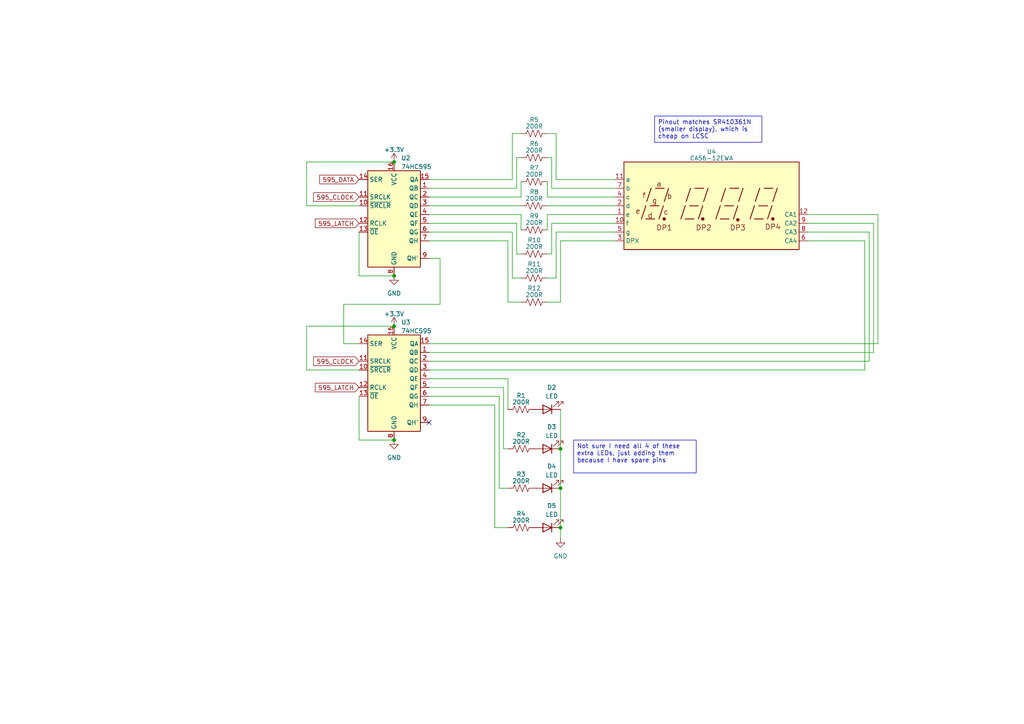
<source format=kicad_sch>
(kicad_sch (version 20230121) (generator eeschema)
  (paper "A4")
  (lib_symbols
    (symbol "74xx:74HC595"
      (property "Reference" "U" (at -7.62 13.97 0))
      (property "Value" "74HC595" (at -7.62 -16.51 0))
      (symbol "74HC595_1_0"
        (pin tri_state line (at 10.16 7.62 180) (length 2.54) (name "QB") (number "1"))
        (pin input line (at -10.16 2.54 0) (length 2.54) (name "~{SRCLR}") (number "10"))
        (pin input line (at -10.16 5.08 0) (length 2.54) (name "SRCLK") (number "11"))
        (pin input line (at -10.16 -2.54 0) (length 2.54) (name "RCLK") (number "12"))
        (pin input line (at -10.16 -5.08 0) (length 2.54) (name "~{OE}") (number "13"))
        (pin input line (at -10.16 10.16 0) (length 2.54) (name "SER") (number "14"))
        (pin tri_state line (at 10.16 10.16 180) (length 2.54) (name "QA") (number "15"))
        (pin power_in line (at 0 15.24 270) (length 2.54) (name "VCC") (number "16"))
        (pin tri_state line (at 10.16 5.08 180) (length 2.54) (name "QC") (number "2"))
        (pin tri_state line (at 10.16 2.54 180) (length 2.54) (name "QD") (number "3"))
        (pin tri_state line (at 10.16 0 180) (length 2.54) (name "QE") (number "4"))
        (pin tri_state line (at 10.16 -2.54 180) (length 2.54) (name "QF") (number "5"))
        (pin tri_state line (at 10.16 -5.08 180) (length 2.54) (name "QG") (number "6"))
        (pin tri_state line (at 10.16 -7.62 180) (length 2.54) (name "QH") (number "7"))
        (pin power_in line (at 0 -17.78 90) (length 2.54) (name "GND") (number "8"))
        (pin output line (at 10.16 -12.7 180) (length 2.54) (name "QH'") (number "9"))
      )
      (symbol "74HC595_1_1"
        (rectangle (start -7.62 12.7) (end 7.62 -15.24) (stroke (width 0.254)) (fill (type background)))
      )
    )
    (symbol "Device:LED" (pin_numbers hide) (pin_names (offset 1.016) hide)
      (property "Reference" "D" (at 0 2.54 0))
      (property "Value" "LED" (at 0 -2.54 0))
      (symbol "LED_0_1"
        (polyline (pts (xy -1.27 -1.27) (xy -1.27 1.27)) (stroke (width 0.254)))
        (polyline (pts (xy -1.27 0) (xy 1.27 0)))
        (polyline (pts (xy 1.27 -1.27) (xy 1.27 1.27) (xy -1.27 0) (xy 1.27 -1.27)) (stroke (width 0.254)))
        (polyline (pts (xy -3.048 -0.762) (xy -4.572 -2.286) (xy -3.81 -2.286) (xy -4.572 -2.286) (xy -4.572 -1.524)))
        (polyline (pts (xy -1.778 -0.762) (xy -3.302 -2.286) (xy -2.54 -2.286) (xy -3.302 -2.286) (xy -3.302 -1.524)))
      )
      (symbol "LED_1_1"
        (pin passive line (at -3.81 0 0) (length 2.54) (name "K") (number "1"))
        (pin passive line (at 3.81 0 180) (length 2.54) (name "A") (number "2"))
      )
    )
    (symbol "Device:R_US" (pin_numbers hide) (pin_names (offset 0))
      (property "Reference" "R" (at 2.54 0 90))
      (property "Value" "R_US" (at -2.54 0 90))
      (symbol "R_US_0_1"
        (polyline (pts (xy 0 -2.286) (xy 0 -2.54)))
        (polyline (pts (xy 0 2.286) (xy 0 2.54)))
        (polyline (pts (xy 0 -0.762) (xy 1.016 -1.143) (xy 0 -1.524) (xy -1.016 -1.905) (xy 0 -2.286)))
        (polyline (pts (xy 0 0.762) (xy 1.016 0.381) (xy 0 0) (xy -1.016 -0.381) (xy 0 -0.762)))
        (polyline (pts (xy 0 2.286) (xy 1.016 1.905) (xy 0 1.524) (xy -1.016 1.143) (xy 0 0.762)))
      )
      (symbol "R_US_1_1"
        (pin passive line (at 0 3.81 270) (length 1.27) (name "~") (number "1"))
        (pin passive line (at 0 -3.81 90) (length 1.27) (name "~") (number "2"))
      )
    )
    (symbol "Display_Character:CA56-12EWA"
      (property "Reference" "U" (at -24.13 13.97 0))
      (property "Value" "CA56-12EWA" (at 19.05 13.97 0))
      (symbol "CA56-12EWA_0_0"
        (rectangle (start -25.4 12.7) (end 25.4 -12.7) (stroke (width 0.254)) (fill (type background)))
        (polyline (pts (xy -20.32 -3.81) (xy -19.05 0)) (stroke (width 0.254)))
        (polyline (pts (xy -19.05 -3.81) (xy -16.51 -3.81)) (stroke (width 0.254)))
        (polyline (pts (xy -18.796 1.27) (xy -17.526 5.08)) (stroke (width 0.254)))
        (polyline (pts (xy -17.78 0) (xy -15.24 0)) (stroke (width 0.254)))
        (polyline (pts (xy -16.256 5.08) (xy -13.716 5.08)) (stroke (width 0.254)))
        (polyline (pts (xy -15.24 -3.81) (xy -13.97 0)) (stroke (width 0.254)))
        (polyline (pts (xy -13.716 1.27) (xy -12.446 5.08)) (stroke (width 0.254)))
        (polyline (pts (xy -8.89 -3.81) (xy -7.62 0)) (stroke (width 0.254)))
        (polyline (pts (xy -7.62 -3.81) (xy -5.08 -3.81)) (stroke (width 0.254)))
        (polyline (pts (xy -7.366 1.27) (xy -6.096 5.08)) (stroke (width 0.254)))
        (polyline (pts (xy -6.35 0) (xy -3.81 0)) (stroke (width 0.254)))
        (polyline (pts (xy -4.826 5.08) (xy -2.286 5.08)) (stroke (width 0.254)))
        (polyline (pts (xy -3.81 -3.81) (xy -2.54 0)) (stroke (width 0.254)))
        (polyline (pts (xy -2.286 1.27) (xy -1.016 5.08)) (stroke (width 0.254)))
        (polyline (pts (xy 1.27 -3.81) (xy 2.54 0)) (stroke (width 0.254)))
        (polyline (pts (xy 2.54 -3.81) (xy 5.08 -3.81)) (stroke (width 0.254)))
        (polyline (pts (xy 2.794 1.27) (xy 4.064 5.08)) (stroke (width 0.254)))
        (polyline (pts (xy 3.81 0) (xy 6.35 0)) (stroke (width 0.254)))
        (polyline (pts (xy 5.334 5.08) (xy 7.874 5.08)) (stroke (width 0.254)))
        (polyline (pts (xy 6.35 -3.81) (xy 7.62 0)) (stroke (width 0.254)))
        (polyline (pts (xy 7.874 1.27) (xy 9.144 5.08)) (stroke (width 0.254)))
        (polyline (pts (xy 11.176 -3.81) (xy 12.446 0)) (stroke (width 0.254)))
        (polyline (pts (xy 12.446 -3.81) (xy 14.986 -3.81)) (stroke (width 0.254)))
        (polyline (pts (xy 12.7 1.27) (xy 13.97 5.08)) (stroke (width 0.254)))
        (polyline (pts (xy 13.716 0) (xy 16.256 0)) (stroke (width 0.254)))
        (polyline (pts (xy 15.24 5.08) (xy 17.78 5.08)) (stroke (width 0.254)))
        (polyline (pts (xy 16.256 -3.81) (xy 17.526 0)) (stroke (width 0.254)))
        (polyline (pts (xy 17.78 1.27) (xy 19.05 5.08)) (stroke (width 0.254)))
        (text "a" (at -15.24 6.35 0) (effects (font (size 1.524 1.524))))
        (text "b" (at -12.192 2.794 0) (effects (font (size 1.524 1.524))))
        (text "c" (at -13.208 -1.778 0) (effects (font (size 1.524 1.524))))
        (text "d" (at -17.78 -2.794 0) (effects (font (size 1.524 1.524))))
        (text "DP1" (at -13.716 -6.35 0) (effects (font (size 1.524 1.524))))
        (text "DP2" (at -2.286 -6.35 0) (effects (font (size 1.524 1.524))))
        (text "DP3" (at 7.62 -6.35 0) (effects (font (size 1.524 1.524))))
        (text "DP4" (at 17.78 -6.096 0) (effects (font (size 1.524 1.524))))
        (text "e" (at -21.336 -1.524 0) (effects (font (size 1.524 1.524))))
        (text "f" (at -19.558 3.048 0) (effects (font (size 1.524 1.524))))
        (text "g" (at -16.51 1.524 0) (effects (font (size 1.524 1.524))))
      )
      (symbol "CA56-12EWA_0_1"
        (circle (center -13.716 -3.81) (radius 0.3556) (stroke (width 0.254)) (fill (type outline)))
        (circle (center -2.54 -3.81) (radius 0.3556) (stroke (width 0.254)) (fill (type outline)))
      )
      (symbol "CA56-12EWA_1_0"
        (circle (center 7.62 -4.064) (radius 0.3556) (stroke (width 0.254)) (fill (type outline)))
        (circle (center 17.78 -3.81) (radius 0.3556) (stroke (width 0.254)) (fill (type outline)))
      )
      (symbol "CA56-12EWA_1_1"
        (pin input line (at -27.94 -2.54 0) (length 2.54) (name "e") (number "1"))
        (pin input line (at -27.94 -5.08 0) (length 2.54) (name "f") (number "10"))
        (pin input line (at -27.94 7.62 0) (length 2.54) (name "a") (number "11"))
        (pin input line (at 27.94 -2.54 180) (length 2.54) (name "CA1") (number "12"))
        (pin input line (at -27.94 0 0) (length 2.54) (name "d") (number "2"))
        (pin input line (at -27.94 -10.16 0) (length 2.54) (name "DPX") (number "3"))
        (pin input line (at -27.94 2.54 0) (length 2.54) (name "c") (number "4"))
        (pin input line (at -27.94 -7.62 0) (length 2.54) (name "g") (number "5"))
        (pin input line (at 27.94 -10.16 180) (length 2.54) (name "CA4") (number "6"))
        (pin input line (at -27.94 5.08 0) (length 2.54) (name "b") (number "7"))
        (pin input line (at 27.94 -7.62 180) (length 2.54) (name "CA3") (number "8"))
        (pin input line (at 27.94 -5.08 180) (length 2.54) (name "CA2") (number "9"))
      )
    )
    (symbol "power:+3.3V" (power) (pin_names (offset 0))
      (property "Value" "+3.3V" (at 0 3.556 0))
      (symbol "+3.3V_0_1"
        (polyline (pts (xy -0.762 1.27) (xy 0 2.54)))
        (polyline (pts (xy 0 0) (xy 0 2.54)))
        (polyline (pts (xy 0 2.54) (xy 0.762 1.27)))
      )
      (symbol "+3.3V_1_1"
        (pin power_in line (at 0 0 90) (length 0) hide (name "+3.3V") (number "1"))
      )
    )
    (symbol "power:GND" (power) (pin_names (offset 0))
      (property "Value" "GND" (at 0 -3.81 0))
      (symbol "GND_0_1"
        (polyline (pts (xy 0 0) (xy 0 -1.27) (xy 1.27 -1.27) (xy 0 -2.54) (xy -1.27 -1.27) (xy 0 -1.27)))
      )
      (symbol "GND_1_1"
        (pin power_in line (at 0 0 270) (length 0) hide (name "GND") (number "1"))
      )
    )
  )
  (junction (at 162.56 141.605))
  (junction (at 114.3 80.01))
  (junction (at 162.56 130.175))
  (junction (at 162.56 153.035))
  (junction (at 114.3 94.615))
  (junction (at 114.3 46.99))
  (junction (at 114.3 127.635))
  (no_connect (at 124.46 122.555))
  (wire (pts (xy 162.56 130.175) (xy 162.56 141.605)))
  (wire (pts (xy 124.46 64.77) (xy 149.86 64.77)))
  (wire (pts (xy 148.59 80.645) (xy 151.13 80.645)))
  (wire (pts (xy 162.56 69.85) (xy 162.56 87.63)))
  (wire (pts (xy 161.29 80.645) (xy 161.29 67.31)))
  (wire (pts (xy 127.635 74.93) (xy 127.635 88.265)))
  (wire (pts (xy 158.75 87.63) (xy 162.56 87.63)))
  (wire (pts (xy 124.46 57.15) (xy 151.13 57.15)))
  (wire (pts (xy 178.435 69.85) (xy 162.56 69.85)))
  (wire (pts (xy 253.365 64.77) (xy 253.365 102.235)))
  (wire (pts (xy 160.02 64.77) (xy 160.02 73.66)))
  (wire (pts (xy 147.32 141.605) (xy 144.78 141.605)))
  (wire (pts (xy 124.46 109.855) (xy 147.32 109.855)))
  (wire (pts (xy 143.51 153.035) (xy 147.32 153.035)))
  (wire (pts (xy 158.75 62.23) (xy 178.435 62.23)))
  (wire (pts (xy 160.02 45.72) (xy 158.75 45.72)))
  (wire (pts (xy 161.29 67.31) (xy 178.435 67.31)))
  (wire (pts (xy 88.9 107.315) (xy 104.14 107.315)))
  (wire (pts (xy 114.3 94.615) (xy 88.9 94.615)))
  (wire (pts (xy 124.46 69.85) (xy 147.32 69.85)))
  (wire (pts (xy 104.14 114.935) (xy 104.14 127.635)))
  (wire (pts (xy 88.9 59.69) (xy 104.14 59.69)))
  (wire (pts (xy 254.635 62.23) (xy 254.635 99.695)))
  (wire (pts (xy 147.32 87.63) (xy 151.13 87.63)))
  (wire (pts (xy 149.86 45.72) (xy 151.13 45.72)))
  (wire (pts (xy 162.56 118.745) (xy 162.56 130.175)))
  (wire (pts (xy 162.56 153.035) (xy 162.56 156.21)))
  (wire (pts (xy 146.05 112.395) (xy 146.05 130.175)))
  (wire (pts (xy 149.86 64.77) (xy 149.86 73.66)))
  (wire (pts (xy 127.635 88.265) (xy 99.695 88.265)))
  (wire (pts (xy 158.75 52.705) (xy 158.75 57.15)))
  (wire (pts (xy 161.29 38.735) (xy 161.29 52.07)))
  (wire (pts (xy 143.51 117.475) (xy 143.51 153.035)))
  (wire (pts (xy 88.9 94.615) (xy 88.9 107.315)))
  (wire (pts (xy 178.435 64.77) (xy 160.02 64.77)))
  (wire (pts (xy 147.32 69.85) (xy 147.32 87.63)))
  (wire (pts (xy 149.86 73.66) (xy 151.13 73.66)))
  (wire (pts (xy 162.56 141.605) (xy 162.56 153.035)))
  (wire (pts (xy 253.365 102.235) (xy 124.46 102.235)))
  (wire (pts (xy 104.14 127.635) (xy 114.3 127.635)))
  (wire (pts (xy 161.29 52.07) (xy 178.435 52.07)))
  (wire (pts (xy 104.14 67.31) (xy 104.14 80.01)))
  (wire (pts (xy 250.825 69.85) (xy 234.315 69.85)))
  (wire (pts (xy 144.78 114.935) (xy 124.46 114.935)))
  (wire (pts (xy 148.59 38.735) (xy 151.13 38.735)))
  (wire (pts (xy 99.695 99.695) (xy 104.14 99.695)))
  (wire (pts (xy 160.02 54.61) (xy 160.02 45.72)))
  (wire (pts (xy 124.46 112.395) (xy 146.05 112.395)))
  (wire (pts (xy 124.46 74.93) (xy 127.635 74.93)))
  (wire (pts (xy 178.435 54.61) (xy 160.02 54.61)))
  (wire (pts (xy 124.46 99.695) (xy 254.635 99.695)))
  (wire (pts (xy 234.315 62.23) (xy 254.635 62.23)))
  (wire (pts (xy 234.315 64.77) (xy 253.365 64.77)))
  (wire (pts (xy 124.46 59.69) (xy 151.13 59.69)))
  (wire (pts (xy 148.59 52.07) (xy 148.59 38.735)))
  (wire (pts (xy 124.46 104.775) (xy 252.095 104.775)))
  (wire (pts (xy 99.695 88.265) (xy 99.695 99.695)))
  (wire (pts (xy 149.86 54.61) (xy 149.86 45.72)))
  (wire (pts (xy 124.46 52.07) (xy 148.59 52.07)))
  (wire (pts (xy 151.13 57.15) (xy 151.13 52.705)))
  (wire (pts (xy 124.46 62.23) (xy 151.13 62.23)))
  (wire (pts (xy 124.46 107.315) (xy 250.825 107.315)))
  (wire (pts (xy 146.05 130.175) (xy 147.32 130.175)))
  (wire (pts (xy 88.9 46.99) (xy 88.9 59.69)))
  (wire (pts (xy 124.46 117.475) (xy 143.51 117.475)))
  (wire (pts (xy 124.46 54.61) (xy 149.86 54.61)))
  (wire (pts (xy 148.59 67.31) (xy 148.59 80.645)))
  (wire (pts (xy 158.75 38.735) (xy 161.29 38.735)))
  (wire (pts (xy 124.46 67.31) (xy 148.59 67.31)))
  (wire (pts (xy 147.32 109.855) (xy 147.32 118.745)))
  (wire (pts (xy 144.78 141.605) (xy 144.78 114.935)))
  (wire (pts (xy 250.825 107.315) (xy 250.825 69.85)))
  (wire (pts (xy 158.75 66.675) (xy 158.75 62.23)))
  (wire (pts (xy 158.75 59.69) (xy 178.435 59.69)))
  (wire (pts (xy 104.14 80.01) (xy 114.3 80.01)))
  (wire (pts (xy 114.3 46.99) (xy 88.9 46.99)))
  (wire (pts (xy 178.435 57.15) (xy 158.75 57.15)))
  (wire (pts (xy 158.75 73.66) (xy 160.02 73.66)))
  (wire (pts (xy 234.315 67.31) (xy 252.095 67.31)))
  (wire (pts (xy 151.13 62.23) (xy 151.13 66.675)))
  (wire (pts (xy 252.095 67.31) (xy 252.095 104.775)))
  (wire (pts (xy 158.75 80.645) (xy 161.29 80.645)))
  (text_box "Not sure I need all 4 of these extra LEDs, just adding them because I have spare pins" (at 166.37 127.635 0) (size 35.56 9.525) (effects (font (size 1.27 1.27)) (justify left top)))
  (text_box "Pinout matches SR410361N (smaller display), which is cheap on LCSC" (at 189.865 33.655 0) (size 31.115 7.62) (effects (font (size 1.27 1.27)) (justify left top)))
  (global_label "595_DATA" (shape input) (at 104.14 52.07 180) (property "Intersheetrefs" "${INTERSHEET_REFS}" (effects hide)))
  (global_label "595_CLOCK" (shape input) (at 104.14 57.15 180) (property "Intersheetrefs" "${INTERSHEET_REFS}" (effects hide)))
  (global_label "595_CLOCK" (shape input) (at 104.14 104.775 180) (property "Intersheetrefs" "${INTERSHEET_REFS}" (effects hide)))
  (global_label "595_LATCH" (shape input) (at 104.14 64.77 180) (property "Intersheetrefs" "${INTERSHEET_REFS}" (effects hide)))
  (global_label "595_LATCH" (shape input) (at 104.14 112.395 180) (property "Intersheetrefs" "${INTERSHEET_REFS}" (effects hide)))
  (symbol (lib_id "74xx:74HC595") (at 114.3 62.23 0) (unit 1)
    (property "Reference" "U2" (at 116.3194 45.8302 0) (effects (justify left)))
    (property "Value" "74HC595" (at 116.3194 48.3671 0) (effects (justify left)))
    (property "Footprint" "Package_SO:SOIC-16_3.9x9.9mm_P1.27mm" (effects hide))
    (property "Datasheet" "http://www.ti.com/lit/ds/symlink/sn74hc595.pdf" (effects hide))
  )
  (symbol (lib_id "Device:LED") (at 158.75 130.175 180) (unit 1)
    (property "Reference" "D3" (at 160.02 123.825 0))
    (property "Value" "LED" (at 160.02 126.365 0))
    (property "Footprint" "LED_SMD:LED_0805_2012Metric" (effects hide))
  )
  (symbol (lib_id "Device:R_US") (at 154.94 45.72 270) (unit 1)
    (property "Reference" "R6" (at 154.94 41.6941 90))
    (property "Value" "200R" (at 154.94 43.6151 90))
    (property "Footprint" "Resistor_SMD:R_0603_1608Metric" (effects hide))
  )
  (symbol (lib_id "Device:LED") (at 158.75 118.745 180) (unit 1)
    (property "Reference" "D2" (at 160.02 112.395 0))
    (property "Value" "LED" (at 160.02 114.935 0))
    (property "Footprint" "LED_SMD:LED_0805_2012Metric" (effects hide))
  )
  (symbol (lib_id "power:GND") (at 114.3 127.635 0) (unit 1)
    (property "Reference" "#PWR013" (effects hide))
    (property "Value" "GND" (at 114.3 132.715 0))
  )
  (symbol (lib_id "74xx:74HC595") (at 114.3 109.855 0) (unit 1)
    (property "Reference" "U3" (at 116.3194 93.4552 0) (effects (justify left)))
    (property "Value" "74HC595" (at 116.3194 95.9921 0) (effects (justify left)))
    (property "Footprint" "Package_SO:SOIC-16_3.9x9.9mm_P1.27mm" (effects hide))
    (property "Datasheet" "http://www.ti.com/lit/ds/symlink/sn74hc595.pdf" (effects hide))
  )
  (symbol (lib_id "Device:R_US") (at 154.94 80.645 270) (unit 1)
    (property "Reference" "R11" (at 154.94 76.6191 90))
    (property "Value" "200R" (at 154.94 78.5401 90))
    (property "Footprint" "Resistor_SMD:R_0603_1608Metric" (effects hide))
  )
  (symbol (lib_id "power:+3.3V") (at 114.3 94.615 0) (unit 1)
    (property "Reference" "#PWR?" (effects hide))
    (property "Value" "+3.3V" (at 114.3 91.059 0))
    (instances (project "dk2_01" (path "" (reference "#PWR?") (unit 1)) (path "" (reference "#PWR012") (unit 1))))
  )
  (symbol (lib_id "Device:R_US") (at 151.13 118.745 270) (unit 1)
    (property "Reference" "R1" (at 151.13 114.7191 90))
    (property "Value" "200R" (at 151.13 116.6401 90))
    (property "Footprint" "Resistor_SMD:R_0603_1608Metric" (effects hide))
  )
  (symbol (lib_id "Display_Character:CA56-12EWA") (at 206.375 59.69 0) (unit 1)
    (property "Reference" "U4" (at 206.375 43.9801 0))
    (property "Value" "CA56-12EWA" (at 206.375 45.9011 0))
    (property "Footprint" "Library:SR410361N" (effects hide))
    (property "Datasheet" "http://www.kingbrightusa.com/images/catalog/SPEC/CA56-12EWA.pdf" (effects hide))
  )
  (symbol (lib_id "power:GND") (at 162.56 156.21 0) (unit 1)
    (property "Reference" "#PWR014" (effects hide))
    (property "Value" "GND" (at 162.56 161.29 0))
  )
  (symbol (lib_id "Device:R_US") (at 154.94 52.705 270) (unit 1)
    (property "Reference" "R7" (at 154.94 48.6791 90))
    (property "Value" "200R" (at 154.94 50.6001 90))
    (property "Footprint" "Resistor_SMD:R_0603_1608Metric" (effects hide))
  )
  (symbol (lib_id "Device:R_US") (at 151.13 141.605 270) (unit 1)
    (property "Reference" "R3" (at 151.13 137.5791 90))
    (property "Value" "200R" (at 151.13 139.5001 90))
    (property "Footprint" "Resistor_SMD:R_0603_1608Metric" (effects hide))
  )
  (symbol (lib_id "Device:R_US") (at 154.94 59.69 270) (unit 1)
    (property "Reference" "R8" (at 154.94 55.6641 90))
    (property "Value" "200R" (at 154.94 57.5851 90))
    (property "Footprint" "Resistor_SMD:R_0603_1608Metric" (effects hide))
  )
  (symbol (lib_id "Device:LED") (at 158.75 153.035 180) (unit 1)
    (property "Reference" "D5" (at 160.02 146.685 0))
    (property "Value" "LED" (at 160.02 149.225 0))
    (property "Footprint" "LED_SMD:LED_0805_2012Metric" (effects hide))
  )
  (symbol (lib_id "Device:R_US") (at 151.13 130.175 270) (unit 1)
    (property "Reference" "R2" (at 151.13 126.1491 90))
    (property "Value" "200R" (at 151.13 128.0701 90))
    (property "Footprint" "Resistor_SMD:R_0603_1608Metric" (effects hide))
  )
  (symbol (lib_id "Device:R_US") (at 154.94 73.66 270) (unit 1)
    (property "Reference" "R10" (at 154.94 69.6341 90))
    (property "Value" "200R" (at 154.94 71.5551 90))
    (property "Footprint" "Resistor_SMD:R_0603_1608Metric" (effects hide))
  )
  (symbol (lib_id "Device:R_US") (at 154.94 66.675 270) (unit 1)
    (property "Reference" "R9" (at 154.94 62.6491 90))
    (property "Value" "200R" (at 154.94 64.5701 90))
    (property "Footprint" "Resistor_SMD:R_0603_1608Metric" (effects hide))
  )
  (symbol (lib_id "power:GND") (at 114.3 80.01 0) (unit 1)
    (property "Reference" "#PWR011" (effects hide))
    (property "Value" "GND" (at 114.3 85.09 0))
  )
  (symbol (lib_id "Device:R_US") (at 154.94 87.63 270) (unit 1)
    (property "Reference" "R12" (at 154.94 83.6041 90))
    (property "Value" "200R" (at 154.94 85.5251 90))
    (property "Footprint" "Resistor_SMD:R_0603_1608Metric" (effects hide))
  )
  (symbol (lib_id "power:+3.3V") (at 114.3 46.99 0) (unit 1)
    (property "Reference" "#PWR?" (effects hide))
    (property "Value" "+3.3V" (at 114.3 43.434 0))
    (instances (project "dk2_01" (path "" (reference "#PWR?") (unit 1)) (path "" (reference "#PWR010") (unit 1))))
  )
  (symbol (lib_id "Device:R_US") (at 151.13 153.035 270) (unit 1)
    (property "Reference" "R4" (at 151.13 149.0091 90))
    (property "Value" "200R" (at 151.13 150.9301 90))
    (property "Footprint" "Resistor_SMD:R_0603_1608Metric" (effects hide))
  )
  (symbol (lib_id "Device:R_US") (at 154.94 38.735 270) (unit 1)
    (property "Reference" "R5" (at 154.94 34.7091 90))
    (property "Value" "200R" (at 154.94 36.6301 90))
    (property "Footprint" "Resistor_SMD:R_0603_1608Metric" (effects hide))
  )
  (symbol (lib_id "Device:LED") (at 158.75 141.605 180) (unit 1)
    (property "Reference" "D4" (at 160.02 135.255 0))
    (property "Value" "LED" (at 160.02 137.795 0))
    (property "Footprint" "LED_SMD:LED_0805_2012Metric" (effects hide))
  )
)
</source>
